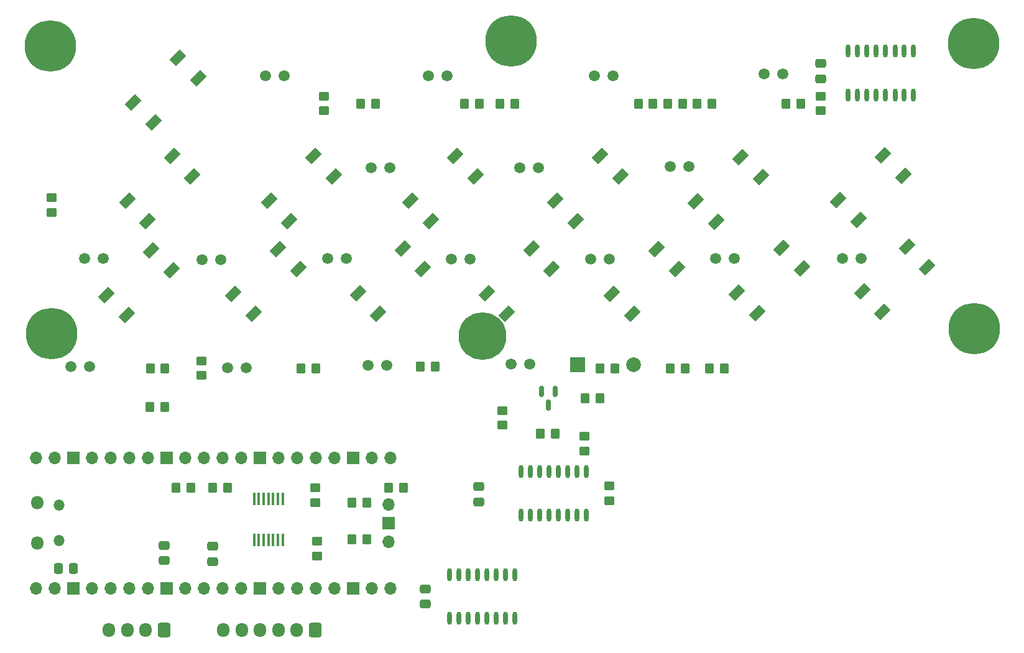
<source format=gbr>
%TF.GenerationSoftware,KiCad,Pcbnew,6.0.10+dfsg-1~bpo11+1*%
%TF.CreationDate,2023-03-07T10:26:52+00:00*%
%TF.ProjectId,CoverUI,436f7665-7255-4492-9e6b-696361645f70,rev?*%
%TF.SameCoordinates,Original*%
%TF.FileFunction,Soldermask,Top*%
%TF.FilePolarity,Negative*%
%FSLAX46Y46*%
G04 Gerber Fmt 4.6, Leading zero omitted, Abs format (unit mm)*
G04 Created by KiCad (PCBNEW 6.0.10+dfsg-1~bpo11+1) date 2023-03-07 10:26:52*
%MOMM*%
%LPD*%
G01*
G04 APERTURE LIST*
G04 Aperture macros list*
%AMRoundRect*
0 Rectangle with rounded corners*
0 $1 Rounding radius*
0 $2 $3 $4 $5 $6 $7 $8 $9 X,Y pos of 4 corners*
0 Add a 4 corners polygon primitive as box body*
4,1,4,$2,$3,$4,$5,$6,$7,$8,$9,$2,$3,0*
0 Add four circle primitives for the rounded corners*
1,1,$1+$1,$2,$3*
1,1,$1+$1,$4,$5*
1,1,$1+$1,$6,$7*
1,1,$1+$1,$8,$9*
0 Add four rect primitives between the rounded corners*
20,1,$1+$1,$2,$3,$4,$5,0*
20,1,$1+$1,$4,$5,$6,$7,0*
20,1,$1+$1,$6,$7,$8,$9,0*
20,1,$1+$1,$8,$9,$2,$3,0*%
%AMRotRect*
0 Rectangle, with rotation*
0 The origin of the aperture is its center*
0 $1 length*
0 $2 width*
0 $3 Rotation angle, in degrees counterclockwise*
0 Add horizontal line*
21,1,$1,$2,0,0,$3*%
G04 Aperture macros list end*
%ADD10C,1.000000*%
%ADD11C,7.000000*%
%ADD12C,6.500000*%
%ADD13RoundRect,0.250000X0.350000X0.450000X-0.350000X0.450000X-0.350000X-0.450000X0.350000X-0.450000X0*%
%ADD14O,0.600000X1.800000*%
%ADD15R,0.400000X1.700000*%
%ADD16RoundRect,0.250000X0.450000X-0.350000X0.450000X0.350000X-0.450000X0.350000X-0.450000X-0.350000X0*%
%ADD17C,1.520000*%
%ADD18RotRect,2.000000X1.200000X45.000000*%
%ADD19RoundRect,0.250000X-0.350000X-0.450000X0.350000X-0.450000X0.350000X0.450000X-0.350000X0.450000X0*%
%ADD20RoundRect,0.250000X-0.450000X0.350000X-0.450000X-0.350000X0.450000X-0.350000X0.450000X0.350000X0*%
%ADD21RoundRect,0.250000X0.475000X-0.337500X0.475000X0.337500X-0.475000X0.337500X-0.475000X-0.337500X0*%
%ADD22RoundRect,0.150000X-0.150000X0.587500X-0.150000X-0.587500X0.150000X-0.587500X0.150000X0.587500X0*%
%ADD23RoundRect,0.250000X-0.337500X-0.475000X0.337500X-0.475000X0.337500X0.475000X-0.337500X0.475000X0*%
%ADD24RoundRect,0.250000X0.600000X0.725000X-0.600000X0.725000X-0.600000X-0.725000X0.600000X-0.725000X0*%
%ADD25O,1.700000X1.950000*%
%ADD26R,2.000000X2.000000*%
%ADD27C,2.000000*%
%ADD28O,1.800000X1.800000*%
%ADD29O,1.500000X1.500000*%
%ADD30O,1.700000X1.700000*%
%ADD31R,1.700000X1.700000*%
G04 APERTURE END LIST*
D10*
%TO.C,H1001*%
X70973155Y-66833155D03*
X70973155Y-63120845D03*
X67260845Y-66833155D03*
X66492000Y-64977000D03*
X67260845Y-63120845D03*
X69117000Y-67602000D03*
D11*
X69117000Y-64977000D03*
D10*
X69117000Y-62352000D03*
X71742000Y-64977000D03*
%TD*%
%TO.C,H1006*%
X129302000Y-64287000D03*
X133783155Y-66143155D03*
X130070845Y-66143155D03*
X134552000Y-64287000D03*
D11*
X131927000Y-64287000D03*
D10*
X131927000Y-66912000D03*
X133783155Y-62430845D03*
X131927000Y-61662000D03*
X130070845Y-62430845D03*
%TD*%
%TO.C,H1002*%
X194877000Y-61952000D03*
X192252000Y-64577000D03*
X193020845Y-62720845D03*
X197502000Y-64577000D03*
X193020845Y-66433155D03*
D11*
X194877000Y-64577000D03*
D10*
X194877000Y-67202000D03*
X196733155Y-66433155D03*
X196733155Y-62720845D03*
%TD*%
%TO.C,H1003*%
X69287000Y-106762000D03*
X71143155Y-105993155D03*
X71143155Y-102280845D03*
X67430845Y-105993155D03*
X69287000Y-101512000D03*
X67430845Y-102280845D03*
X71912000Y-104137000D03*
X66662000Y-104137000D03*
D11*
X69287000Y-104137000D03*
%TD*%
D10*
%TO.C,H1004*%
X129883155Y-106343155D03*
X130652000Y-104487000D03*
X129883155Y-102630845D03*
X126170845Y-106343155D03*
X126170845Y-102630845D03*
D12*
X128027000Y-104487000D03*
D10*
X128027000Y-101862000D03*
X125402000Y-104487000D03*
X128027000Y-107112000D03*
%TD*%
D11*
%TO.C,H1005*%
X194937000Y-103507000D03*
D10*
X194937000Y-106132000D03*
X193080845Y-101650845D03*
X194937000Y-100882000D03*
X192312000Y-103507000D03*
X196793155Y-101650845D03*
X193080845Y-105363155D03*
X197562000Y-103507000D03*
X196793155Y-105363155D03*
%TD*%
D13*
%TO.C,R21*%
X84734400Y-114147600D03*
X82734400Y-114147600D03*
%TD*%
%TO.C,R15*%
X151231600Y-72796400D03*
X149231600Y-72796400D03*
%TD*%
D14*
%TO.C,U3*%
X133268800Y-128903200D03*
X134538800Y-128903200D03*
X135808800Y-128903200D03*
X137078800Y-128903200D03*
X138348800Y-128903200D03*
X139628800Y-128903200D03*
X140888800Y-128903200D03*
X142158800Y-128903200D03*
X142158800Y-122963200D03*
X140888800Y-122963200D03*
X139628800Y-122963200D03*
X138348800Y-122963200D03*
X137078800Y-122963200D03*
X135808800Y-122963200D03*
X134538800Y-122963200D03*
X133268800Y-122963200D03*
%TD*%
D15*
%TO.C,U5*%
X100801200Y-126635600D03*
X100151200Y-126635600D03*
X99501200Y-126635600D03*
X98851200Y-126635600D03*
X98201200Y-126635600D03*
X97551200Y-126635600D03*
X96901200Y-126635600D03*
X96901200Y-132235600D03*
X97551200Y-132235600D03*
X98201200Y-132235600D03*
X98851200Y-132235600D03*
X99501200Y-132235600D03*
X100151200Y-132235600D03*
X100801200Y-132235600D03*
%TD*%
D16*
%TO.C,R6*%
X105252000Y-127152400D03*
X105252000Y-125152400D03*
%TD*%
D17*
%TO.C,D1013*%
X159752000Y-93887000D03*
X162292000Y-93887000D03*
%TD*%
%TO.C,D1016*%
X93272000Y-108777000D03*
X95812000Y-108777000D03*
%TD*%
D14*
%TO.C,U2*%
X177820400Y-71600800D03*
X179090400Y-71600800D03*
X180360400Y-71600800D03*
X181630400Y-71600800D03*
X182900400Y-71600800D03*
X184180400Y-71600800D03*
X185440400Y-71600800D03*
X186710400Y-71600800D03*
X186710400Y-65660800D03*
X185440400Y-65660800D03*
X184180400Y-65660800D03*
X182900400Y-65660800D03*
X181630400Y-65660800D03*
X180360400Y-65660800D03*
X179090400Y-65660800D03*
X177820400Y-65660800D03*
%TD*%
D13*
%TO.C,R8*%
X112252000Y-127152400D03*
X110252000Y-127152400D03*
%TD*%
D16*
%TO.C,R3*%
X174056800Y-73796400D03*
X174056800Y-71796400D03*
%TD*%
D18*
%TO.C,SW12*%
X128577583Y-98648701D03*
X134658701Y-92567583D03*
X131335299Y-101406417D03*
X137416417Y-95325299D03*
%TD*%
D19*
%TO.C,R14*%
X130406400Y-72796400D03*
X132406400Y-72796400D03*
%TD*%
D20*
%TO.C,R17*%
X145288000Y-124898400D03*
X145288000Y-126898400D03*
%TD*%
D13*
%TO.C,R4*%
X144000000Y-113000000D03*
X142000000Y-113000000D03*
%TD*%
D21*
%TO.C,C3*%
X174091600Y-69414300D03*
X174091600Y-67339300D03*
%TD*%
D18*
%TO.C,SW5*%
X137917583Y-86048701D03*
X143998701Y-79967583D03*
X140675299Y-88806417D03*
X146756417Y-82725299D03*
%TD*%
D17*
%TO.C,D1005*%
X112852000Y-81577000D03*
X115392000Y-81577000D03*
%TD*%
D13*
%TO.C,R10*%
X155600400Y-108864400D03*
X153600400Y-108864400D03*
%TD*%
D19*
%TO.C,R25*%
X119564400Y-108661200D03*
X121564400Y-108661200D03*
%TD*%
D13*
%TO.C,R23*%
X84769200Y-108864400D03*
X82769200Y-108864400D03*
%TD*%
D16*
%TO.C,R30*%
X141884400Y-120160800D03*
X141884400Y-118160800D03*
%TD*%
D17*
%TO.C,D1012*%
X142742000Y-94007000D03*
X145282000Y-94007000D03*
%TD*%
D22*
%TO.C,Q1*%
X137906800Y-111990900D03*
X136006800Y-111990900D03*
X136956800Y-113865900D03*
%TD*%
D23*
%TO.C,C1001*%
X70214500Y-136152400D03*
X72289500Y-136152400D03*
%TD*%
D17*
%TO.C,D1002*%
X120632000Y-69037000D03*
X123172000Y-69037000D03*
%TD*%
%TO.C,D1006*%
X133062000Y-81527000D03*
X135602000Y-81527000D03*
%TD*%
D18*
%TO.C,SW8*%
X179707583Y-98418701D03*
X185788701Y-92337583D03*
X182465299Y-101176417D03*
X188546417Y-95095299D03*
%TD*%
D13*
%TO.C,R2*%
X137906000Y-117805200D03*
X135906000Y-117805200D03*
%TD*%
D16*
%TO.C,R22*%
X69342000Y-87648800D03*
X69342000Y-85648800D03*
%TD*%
D18*
%TO.C,SW2*%
X79627583Y-86048701D03*
X85708701Y-79967583D03*
X82385299Y-88806417D03*
X88466417Y-82725299D03*
%TD*%
%TO.C,SW9*%
X76787583Y-98878701D03*
X82868701Y-92797583D03*
X79545299Y-101636417D03*
X85626417Y-95555299D03*
%TD*%
D14*
%TO.C,U4*%
X123515200Y-142924000D03*
X124785200Y-142924000D03*
X126055200Y-142924000D03*
X127325200Y-142924000D03*
X128595200Y-142924000D03*
X129875200Y-142924000D03*
X131135200Y-142924000D03*
X132405200Y-142924000D03*
X132405200Y-136984000D03*
X131135200Y-136984000D03*
X129875200Y-136984000D03*
X128595200Y-136984000D03*
X127325200Y-136984000D03*
X126055200Y-136984000D03*
X124785200Y-136984000D03*
X123515200Y-136984000D03*
%TD*%
D18*
%TO.C,SW1*%
X80437583Y-72648701D03*
X86518701Y-66567583D03*
X83195299Y-75406417D03*
X89276417Y-69325299D03*
%TD*%
D16*
%TO.C,R29*%
X105506000Y-134464800D03*
X105506000Y-132464800D03*
%TD*%
D20*
%TO.C,R20*%
X89712800Y-107864400D03*
X89712800Y-109864400D03*
%TD*%
D18*
%TO.C,SW13*%
X145637583Y-98698701D03*
X151718701Y-92617583D03*
X148395299Y-101456417D03*
X154476417Y-95375299D03*
%TD*%
D21*
%TO.C,C1*%
X120243600Y-141020800D03*
X120243600Y-138945800D03*
%TD*%
D13*
%TO.C,R11*%
X160934400Y-108864400D03*
X158934400Y-108864400D03*
%TD*%
D17*
%TO.C,D1007*%
X153562000Y-81407000D03*
X156102000Y-81407000D03*
%TD*%
D16*
%TO.C,R27*%
X106406400Y-73796400D03*
X106406400Y-71796400D03*
%TD*%
D17*
%TO.C,D1017*%
X112392000Y-108497000D03*
X114932000Y-108497000D03*
%TD*%
%TO.C,D1014*%
X177042000Y-93947000D03*
X179582000Y-93947000D03*
%TD*%
%TO.C,D1010*%
X106892000Y-93947000D03*
X109432000Y-93947000D03*
%TD*%
D13*
%TO.C,R1*%
X117252000Y-125152400D03*
X115252000Y-125152400D03*
%TD*%
D18*
%TO.C,SW14*%
X162647583Y-98588701D03*
X168728701Y-92507583D03*
X165405299Y-101346417D03*
X171486417Y-95265299D03*
%TD*%
D16*
%TO.C,R7*%
X130708400Y-116636800D03*
X130708400Y-114636800D03*
%TD*%
D17*
%TO.C,D1018*%
X131862000Y-108317000D03*
X134402000Y-108317000D03*
%TD*%
D18*
%TO.C,SW6*%
X157047583Y-86158701D03*
X163128701Y-80077583D03*
X159805299Y-88916417D03*
X165886417Y-82835299D03*
%TD*%
D13*
%TO.C,R28*%
X113406400Y-72796400D03*
X111406400Y-72796400D03*
%TD*%
D17*
%TO.C,D1001*%
X98472000Y-69037000D03*
X101012000Y-69037000D03*
%TD*%
%TO.C,D1004*%
X166332000Y-68757000D03*
X168872000Y-68757000D03*
%TD*%
%TO.C,D1008*%
X73787000Y-93947000D03*
X76327000Y-93947000D03*
%TD*%
D19*
%TO.C,R18*%
X144000000Y-108864400D03*
X146000000Y-108864400D03*
%TD*%
D21*
%TO.C,C1003*%
X84683600Y-135077200D03*
X84683600Y-133002200D03*
%TD*%
D18*
%TO.C,SW11*%
X111057583Y-98648701D03*
X117138701Y-92567583D03*
X113815299Y-101406417D03*
X119896417Y-95325299D03*
%TD*%
D13*
%TO.C,R12*%
X155260800Y-72796400D03*
X153260800Y-72796400D03*
%TD*%
%TO.C,R19*%
X88252000Y-125152400D03*
X86252000Y-125152400D03*
%TD*%
D19*
%TO.C,R9*%
X110252000Y-132152400D03*
X112252000Y-132152400D03*
%TD*%
D21*
%TO.C,C1002*%
X91252000Y-135189900D03*
X91252000Y-133114900D03*
%TD*%
D13*
%TO.C,R26*%
X93252000Y-125152400D03*
X91252000Y-125152400D03*
%TD*%
D17*
%TO.C,D1015*%
X71932000Y-108607000D03*
X74472000Y-108607000D03*
%TD*%
%TO.C,D1011*%
X123722000Y-94007000D03*
X126262000Y-94007000D03*
%TD*%
D21*
%TO.C,C2*%
X127457200Y-127093800D03*
X127457200Y-125018800D03*
%TD*%
D13*
%TO.C,R24*%
X105276400Y-108915200D03*
X103276400Y-108915200D03*
%TD*%
D17*
%TO.C,D1009*%
X89822000Y-94067000D03*
X92362000Y-94067000D03*
%TD*%
D13*
%TO.C,R13*%
X127558800Y-72796400D03*
X125558800Y-72796400D03*
%TD*%
D18*
%TO.C,SW10*%
X94077583Y-98698701D03*
X100158701Y-92617583D03*
X96835299Y-101456417D03*
X102916417Y-95375299D03*
%TD*%
D13*
%TO.C,R16*%
X159207200Y-72796400D03*
X157207200Y-72796400D03*
%TD*%
D18*
%TO.C,SW7*%
X176457583Y-85928701D03*
X182538701Y-79847583D03*
X179215299Y-88686417D03*
X185296417Y-82605299D03*
%TD*%
%TO.C,SW3*%
X98927583Y-86048701D03*
X105008701Y-79967583D03*
X101685299Y-88806417D03*
X107766417Y-82725299D03*
%TD*%
D13*
%TO.C,R5*%
X171313600Y-72796400D03*
X169313600Y-72796400D03*
%TD*%
D17*
%TO.C,D1003*%
X143252000Y-69037000D03*
X145792000Y-69037000D03*
%TD*%
D18*
%TO.C,SW4*%
X118217583Y-86048701D03*
X124298701Y-79967583D03*
X120975299Y-88806417D03*
X127056417Y-82725299D03*
%TD*%
D24*
%TO.C,J1001*%
X84632800Y-144576800D03*
D25*
X82132800Y-144576800D03*
X79632800Y-144576800D03*
X77132800Y-144576800D03*
%TD*%
D26*
%TO.C,BZ1*%
X140929200Y-108356400D03*
D27*
X148529200Y-108356400D03*
%TD*%
D24*
%TO.C,J2*%
X105206800Y-144576800D03*
D25*
X102706800Y-144576800D03*
X100206800Y-144576800D03*
X97706800Y-144576800D03*
X95206800Y-144576800D03*
X92706800Y-144576800D03*
%TD*%
D28*
%TO.C,U1*%
X67338400Y-132671400D03*
D29*
X70368400Y-132371400D03*
D28*
X67338400Y-127221400D03*
D29*
X70368400Y-127521400D03*
D30*
X67208400Y-121056400D03*
X69748400Y-121056400D03*
D31*
X72288400Y-121056400D03*
D30*
X74828400Y-121056400D03*
X77368400Y-121056400D03*
X79908400Y-121056400D03*
X82448400Y-121056400D03*
D31*
X84988400Y-121056400D03*
D30*
X87528400Y-121056400D03*
X90068400Y-121056400D03*
X92608400Y-121056400D03*
X95148400Y-121056400D03*
D31*
X97688400Y-121056400D03*
D30*
X100228400Y-121056400D03*
X102768400Y-121056400D03*
X105308400Y-121056400D03*
X107848400Y-121056400D03*
D31*
X110388400Y-121056400D03*
D30*
X112928400Y-121056400D03*
X115468400Y-121056400D03*
X115468400Y-138836400D03*
X112928400Y-138836400D03*
D31*
X110388400Y-138836400D03*
D30*
X107848400Y-138836400D03*
X105308400Y-138836400D03*
X102768400Y-138836400D03*
X100228400Y-138836400D03*
D31*
X97688400Y-138836400D03*
D30*
X95148400Y-138836400D03*
X92608400Y-138836400D03*
X90068400Y-138836400D03*
X87528400Y-138836400D03*
D31*
X84988400Y-138836400D03*
D30*
X82448400Y-138836400D03*
X79908400Y-138836400D03*
X77368400Y-138836400D03*
X74828400Y-138836400D03*
D31*
X72288400Y-138836400D03*
D30*
X69748400Y-138836400D03*
X67208400Y-138836400D03*
X115238400Y-127406400D03*
D31*
X115238400Y-129946400D03*
D30*
X115238400Y-132486400D03*
%TD*%
M02*

</source>
